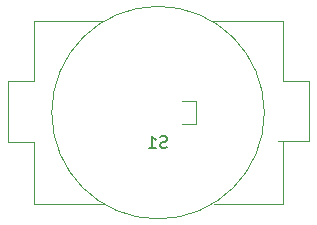
<source format=gbr>
G04 #@! TF.GenerationSoftware,KiCad,Pcbnew,(5.1.5)-3*
G04 #@! TF.CreationDate,2020-06-09T14:00:07-04:00*
G04 #@! TF.ProjectId,ble_mvp_1A-rev2-ButtonDaughter,626c655f-6d76-4705-9f31-412d72657632,rev?*
G04 #@! TF.SameCoordinates,Original*
G04 #@! TF.FileFunction,Legend,Bot*
G04 #@! TF.FilePolarity,Positive*
%FSLAX46Y46*%
G04 Gerber Fmt 4.6, Leading zero omitted, Abs format (unit mm)*
G04 Created by KiCad (PCBNEW (5.1.5)-3) date 2020-06-09 14:00:07*
%MOMM*%
%LPD*%
G04 APERTURE LIST*
%ADD10C,0.120000*%
%ADD11C,0.150000*%
G04 APERTURE END LIST*
D10*
X144081500Y-93014800D02*
X144081500Y-87871300D01*
X146265900Y-93014800D02*
X144081500Y-93014800D01*
X146265900Y-98323400D02*
X146265900Y-93014800D01*
X152107900Y-98323400D02*
X146265900Y-98323400D01*
X167373300Y-98323400D02*
X161531300Y-98323400D01*
X167373300Y-92989400D02*
X167373300Y-98323400D01*
X166954200Y-92989400D02*
X167373300Y-92989400D01*
X169519600Y-92989400D02*
X166954200Y-92989400D01*
X169519600Y-87884000D02*
X169519600Y-92989400D01*
X167335200Y-87884000D02*
X169519600Y-87884000D01*
X167335200Y-82804000D02*
X167335200Y-87884000D01*
X161455100Y-82804000D02*
X167335200Y-82804000D01*
X146265900Y-82816700D02*
X152095200Y-82816700D01*
X146265900Y-87871300D02*
X146265900Y-82816700D01*
X144081500Y-87871300D02*
X146265900Y-87871300D01*
X165761793Y-90563700D02*
G75*
G03X165761793Y-90563700I-9000000J0D01*
G01*
X159961793Y-91560000D02*
X158811793Y-91560000D01*
X159961793Y-89560000D02*
X159961793Y-91560000D01*
X158811793Y-89560000D02*
X159961793Y-89560000D01*
D11*
X157518004Y-93508461D02*
X157375147Y-93556080D01*
X157137052Y-93556080D01*
X157041814Y-93508461D01*
X156994195Y-93460842D01*
X156946576Y-93365604D01*
X156946576Y-93270366D01*
X156994195Y-93175128D01*
X157041814Y-93127509D01*
X157137052Y-93079890D01*
X157327528Y-93032271D01*
X157422766Y-92984652D01*
X157470385Y-92937033D01*
X157518004Y-92841795D01*
X157518004Y-92746557D01*
X157470385Y-92651319D01*
X157422766Y-92603700D01*
X157327528Y-92556080D01*
X157089433Y-92556080D01*
X156946576Y-92603700D01*
X155994195Y-93556080D02*
X156565623Y-93556080D01*
X156279909Y-93556080D02*
X156279909Y-92556080D01*
X156375147Y-92698938D01*
X156470385Y-92794176D01*
X156565623Y-92841795D01*
M02*

</source>
